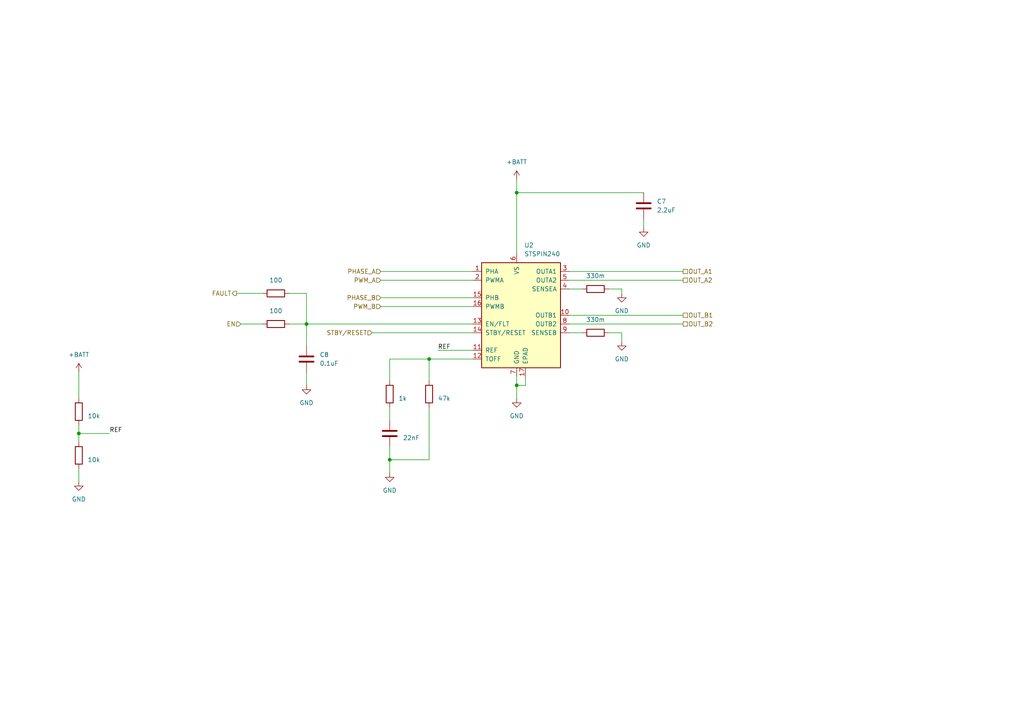
<source format=kicad_sch>
(kicad_sch (version 20230121) (generator eeschema)
  (paper "A4")
  (lib_symbols
    (symbol "Device:C" (pin_numbers hide) (pin_names (offset 0.254))
      (property "Reference" "C" (at 0.635 2.54 0))
      (property "Value" "C" (at 0.635 -2.54 0))
      (symbol "C_0_1"
        (polyline (pts (xy -2.032 -0.762) (xy 2.032 -0.762)) (stroke (width 0.508)))
        (polyline (pts (xy -2.032 0.762) (xy 2.032 0.762)) (stroke (width 0.508)))
      )
      (symbol "C_1_1"
        (pin passive line (at 0 3.81 270) (length 2.794) (name "~") (number "1"))
        (pin passive line (at 0 -3.81 90) (length 2.794) (name "~") (number "2"))
      )
    )
    (symbol "Device:R" (pin_numbers hide) (pin_names (offset 0))
      (property "Reference" "R" (at 2.032 0 90))
      (property "Value" "R" (at 0 0 90))
      (symbol "R_0_1"
        (rectangle (start -1.016 -2.54) (end 1.016 2.54) (stroke (width 0.254)))
      )
      (symbol "R_1_1"
        (pin passive line (at 0 3.81 270) (length 1.27) (name "~") (number "1"))
        (pin passive line (at 0 -3.81 90) (length 1.27) (name "~") (number "2"))
      )
    )
    (symbol "Driver_Motor:STSPIN240" (pin_names (offset 1.016))
      (property "Reference" "U" (at -10.16 16.51 0))
      (property "Value" "STSPIN240" (at 5.08 16.51 0))
      (symbol "STSPIN240_0_1"
        (rectangle (start -10.16 15.24) (end 12.7 -15.24) (stroke (width 0.254)) (fill (type background)))
      )
      (symbol "STSPIN240_1_1"
        (pin input line (at -12.7 12.7 0) (length 2.54) (name "PHA") (number "1"))
        (pin power_out line (at 15.24 0 180) (length 2.54) (name "OUTB1") (number "10"))
        (pin input line (at -12.7 -10.16 0) (length 2.54) (name "REF") (number "11"))
        (pin input line (at -12.7 -12.7 0) (length 2.54) (name "TOFF") (number "12"))
        (pin bidirectional line (at -12.7 -2.54 0) (length 2.54) (name "EN/FLT") (number "13"))
        (pin input line (at -12.7 -5.08 0) (length 2.54) (name "STBY/RESET") (number "14"))
        (pin input line (at -12.7 5.08 0) (length 2.54) (name "PHB") (number "15"))
        (pin input line (at -12.7 2.54 0) (length 2.54) (name "PWMB") (number "16"))
        (pin power_in line (at 2.54 -17.78 90) (length 2.54) (name "EPAD") (number "17"))
        (pin input line (at -12.7 10.16 0) (length 2.54) (name "PWMA") (number "2"))
        (pin power_out line (at 15.24 12.7 180) (length 2.54) (name "OUTA1") (number "3"))
        (pin power_out line (at 15.24 7.62 180) (length 2.54) (name "SENSEA") (number "4"))
        (pin power_out line (at 15.24 10.16 180) (length 2.54) (name "OUTA2") (number "5"))
        (pin power_in line (at 0 17.78 270) (length 2.54) (name "VS") (number "6"))
        (pin power_in line (at 0 -17.78 90) (length 2.54) (name "GND") (number "7"))
        (pin power_out line (at 15.24 -2.54 180) (length 2.54) (name "OUTB2") (number "8"))
        (pin power_out line (at 15.24 -5.08 180) (length 2.54) (name "SENSEB") (number "9"))
      )
    )
    (symbol "power:+BATT" (power) (pin_names (offset 0))
      (property "Value" "+BATT" (at 0 3.556 0))
      (symbol "+BATT_0_1"
        (polyline (pts (xy -0.762 1.27) (xy 0 2.54)))
        (polyline (pts (xy 0 0) (xy 0 2.54)))
        (polyline (pts (xy 0 2.54) (xy 0.762 1.27)))
      )
      (symbol "+BATT_1_1"
        (pin power_in line (at 0 0 90) (length 0) hide (name "+BATT") (number "1"))
      )
    )
    (symbol "power:GND" (power) (pin_names (offset 0))
      (property "Value" "GND" (at 0 -3.81 0))
      (symbol "GND_0_1"
        (polyline (pts (xy 0 0) (xy 0 -1.27) (xy 1.27 -1.27) (xy 0 -2.54) (xy -1.27 -1.27) (xy 0 -1.27)))
      )
      (symbol "GND_1_1"
        (pin power_in line (at 0 0 270) (length 0) hide (name "GND") (number "1"))
      )
    )
  )
  (junction (at 22.86 125.73))
  (junction (at 149.86 111.76))
  (junction (at 124.46 104.14))
  (junction (at 113.03 133.35))
  (junction (at 149.86 55.88))
  (junction (at 88.9 93.98))
  (wire (pts (xy 69.85 93.98) (xy 76.2 93.98)))
  (wire (pts (xy 180.34 96.52) (xy 180.34 99.06)))
  (wire (pts (xy 22.86 125.73) (xy 22.86 128.27)))
  (wire (pts (xy 113.03 110.49) (xy 113.03 104.14)))
  (wire (pts (xy 110.49 88.9) (xy 137.16 88.9)))
  (wire (pts (xy 124.46 104.14) (xy 124.46 110.49)))
  (wire (pts (xy 152.4 109.22) (xy 152.4 111.76)))
  (wire (pts (xy 22.86 107.95) (xy 22.86 115.57)))
  (wire (pts (xy 165.1 93.98) (xy 198.12 93.98)))
  (wire (pts (xy 149.86 55.88) (xy 149.86 73.66)))
  (wire (pts (xy 107.95 96.52) (xy 137.16 96.52)))
  (wire (pts (xy 88.9 93.98) (xy 137.16 93.98)))
  (wire (pts (xy 113.03 133.35) (xy 113.03 137.16)))
  (wire (pts (xy 149.86 111.76) (xy 149.86 115.57)))
  (wire (pts (xy 124.46 104.14) (xy 137.16 104.14)))
  (wire (pts (xy 88.9 107.95) (xy 88.9 111.76)))
  (wire (pts (xy 165.1 78.74) (xy 198.12 78.74)))
  (wire (pts (xy 176.53 96.52) (xy 180.34 96.52)))
  (wire (pts (xy 83.82 85.09) (xy 88.9 85.09)))
  (wire (pts (xy 152.4 111.76) (xy 149.86 111.76)))
  (wire (pts (xy 149.86 109.22) (xy 149.86 111.76)))
  (wire (pts (xy 165.1 91.44) (xy 198.12 91.44)))
  (wire (pts (xy 88.9 85.09) (xy 88.9 93.98)))
  (wire (pts (xy 113.03 104.14) (xy 124.46 104.14)))
  (wire (pts (xy 176.53 83.82) (xy 180.34 83.82)))
  (wire (pts (xy 149.86 55.88) (xy 186.69 55.88)))
  (wire (pts (xy 22.86 123.19) (xy 22.86 125.73)))
  (wire (pts (xy 165.1 83.82) (xy 168.91 83.82)))
  (wire (pts (xy 180.34 83.82) (xy 180.34 85.09)))
  (wire (pts (xy 186.69 63.5) (xy 186.69 66.04)))
  (wire (pts (xy 127 101.6) (xy 137.16 101.6)))
  (wire (pts (xy 83.82 93.98) (xy 88.9 93.98)))
  (wire (pts (xy 149.86 52.07) (xy 149.86 55.88)))
  (wire (pts (xy 110.49 81.28) (xy 137.16 81.28)))
  (wire (pts (xy 124.46 118.11) (xy 124.46 133.35)))
  (wire (pts (xy 22.86 125.73) (xy 31.75 125.73)))
  (wire (pts (xy 110.49 78.74) (xy 137.16 78.74)))
  (wire (pts (xy 165.1 81.28) (xy 198.12 81.28)))
  (wire (pts (xy 113.03 118.11) (xy 113.03 121.92)))
  (wire (pts (xy 68.58 85.09) (xy 76.2 85.09)))
  (wire (pts (xy 22.86 135.89) (xy 22.86 139.7)))
  (wire (pts (xy 124.46 133.35) (xy 113.03 133.35)))
  (wire (pts (xy 113.03 129.54) (xy 113.03 133.35)))
  (wire (pts (xy 110.49 86.36) (xy 137.16 86.36)))
  (wire (pts (xy 88.9 93.98) (xy 88.9 100.33)))
  (wire (pts (xy 165.1 96.52) (xy 168.91 96.52)))
  (label "REF" (at 127 101.6 0))
  (label "REF" (at 31.75 125.73 0))
  (hierarchical_label "PHASE_A" (shape input) (at 110.49 78.74 180))
  (hierarchical_label "OUT_A2" (shape passive) (at 198.12 81.28 0))
  (hierarchical_label "PWM_A" (shape input) (at 110.49 81.28 180))
  (hierarchical_label "FAULT" (shape output) (at 68.58 85.09 180))
  (hierarchical_label "PHASE_B" (shape input) (at 110.49 86.36 180))
  (hierarchical_label "PWM_B" (shape input) (at 110.49 88.9 180))
  (hierarchical_label "OUT_B2" (shape passive) (at 198.12 93.98 0))
  (hierarchical_label "OUT_A1" (shape passive) (at 198.12 78.74 0))
  (hierarchical_label "STBY{slash}RESET" (shape input) (at 107.95 96.52 180))
  (hierarchical_label "OUT_B1" (shape passive) (at 198.12 91.44 0))
  (hierarchical_label "EN" (shape input) (at 69.85 93.98 180))
  (symbol (lib_id "Device:R") (at 113.03 114.3 0) (unit 1)
    (property "Reference" "R13" (effects hide))
    (property "Value" "1k" (at 115.57 115.57 0) (effects (justify left)))
    (property "Footprint" "Resistor_SMD:R_0603_1608Metric" (effects hide))
  )
  (symbol (lib_id "power:GND") (at 113.03 137.16 0) (unit 1)
    (property "Reference" "#PWR016" (effects hide))
    (property "Value" "GND" (at 113.03 142.24 0))
  )
  (symbol (lib_id "Device:R") (at 22.86 119.38 0) (unit 1)
    (property "Reference" "R16" (effects hide))
    (property "Value" "10k" (at 25.4 120.65 0) (effects (justify left)))
    (property "Footprint" "Resistor_SMD:R_0603_1608Metric" (effects hide))
  )
  (symbol (lib_id "power:GND") (at 22.86 139.7 0) (unit 1)
    (property "Reference" "#PWR017" (effects hide))
    (property "Value" "GND" (at 22.86 144.78 0))
  )
  (symbol (lib_id "Driver_Motor:STSPIN240") (at 149.86 91.44 0) (unit 1)
    (property "Reference" "U2" (at 152.0541 71.12 0) (effects (justify left)))
    (property "Value" "STSPIN240" (at 152.0541 73.66 0) (effects (justify left)))
    (property "Footprint" "Package_DFN_QFN:VQFN-16-1EP_3x3mm_P0.5mm_EP1.8x1.8mm" (effects hide))
    (property "Datasheet" "www.st.com/resource/en/datasheet/stspin240.pdf" (effects hide))
  )
  (symbol (lib_id "power:GND") (at 186.69 66.04 0) (unit 1)
    (property "Reference" "#PWR012" (effects hide))
    (property "Value" "GND" (at 186.69 71.12 0))
  )
  (symbol (lib_id "Device:R") (at 124.46 114.3 0) (unit 1)
    (property "Reference" "R14" (effects hide))
    (property "Value" "47k" (at 127 115.57 0) (effects (justify left)))
    (property "Footprint" "Resistor_SMD:R_0603_1608Metric" (effects hide))
  )
  (symbol (lib_id "Device:C") (at 186.69 59.69 0) (unit 1)
    (property "Reference" "C7" (at 190.5 58.42 0) (effects (justify left)))
    (property "Value" "2.2uF" (at 190.5 60.96 0) (effects (justify left)))
    (property "Footprint" "Capacitor_SMD:C_0603_1608Metric" (effects hide))
  )
  (symbol (lib_id "power:+BATT") (at 149.86 52.07 0) (unit 1)
    (property "Reference" "#PWR010" (effects hide))
    (property "Value" "+BATT" (at 149.86 46.99 0))
  )
  (symbol (lib_id "Device:C") (at 88.9 104.14 0) (unit 1)
    (property "Reference" "C8" (at 92.71 102.87 0) (effects (justify left)))
    (property "Value" "0.1uF" (at 92.71 105.41 0) (effects (justify left)))
    (property "Footprint" "Capacitor_SMD:C_0603_1608Metric" (effects hide))
  )
  (symbol (lib_id "power:GND") (at 88.9 111.76 0) (unit 1)
    (property "Reference" "#PWR013" (effects hide))
    (property "Value" "GND" (at 88.9 116.84 0))
  )
  (symbol (lib_id "Device:R") (at 22.86 132.08 0) (unit 1)
    (property "Reference" "R15" (effects hide))
    (property "Value" "10k" (at 25.4 133.35 0) (effects (justify left)))
    (property "Footprint" "Resistor_SMD:R_0603_1608Metric" (effects hide))
  )
  (symbol (lib_id "Device:R") (at 80.01 93.98 270) (unit 1)
    (property "Reference" "R10" (effects hide))
    (property "Value" "100" (at 80.01 90.17 90))
    (property "Footprint" "Resistor_SMD:R_0603_1608Metric" (effects hide))
  )
  (symbol (lib_id "Device:C") (at 113.03 125.73 0) (unit 1)
    (property "Reference" "C9" (effects hide))
    (property "Value" "22nF" (at 116.84 127 0) (effects (justify left)))
    (property "Footprint" "Capacitor_SMD:C_0603_1608Metric" (effects hide))
  )
  (symbol (lib_id "power:GND") (at 149.86 115.57 0) (unit 1)
    (property "Reference" "#PWR011" (effects hide))
    (property "Value" "GND" (at 149.86 120.65 0))
  )
  (symbol (lib_id "power:GND") (at 180.34 99.06 0) (unit 1)
    (property "Reference" "#PWR015" (effects hide))
    (property "Value" "GND" (at 180.34 104.14 0))
  )
  (symbol (lib_id "power:+BATT") (at 22.86 107.95 0) (unit 1)
    (property "Reference" "#PWR018" (effects hide))
    (property "Value" "+BATT" (at 22.86 102.87 0))
  )
  (symbol (lib_id "Device:R") (at 172.72 96.52 90) (unit 1)
    (property "Reference" "R11" (effects hide))
    (property "Value" "330m" (at 172.72 92.71 90))
    (property "Footprint" "Resistor_SMD:R_2512_6332Metric" (effects hide))
  )
  (symbol (lib_id "power:GND") (at 180.34 85.09 0) (unit 1)
    (property "Reference" "#PWR014" (effects hide))
    (property "Value" "GND" (at 180.34 90.17 0))
  )
  (symbol (lib_id "Device:R") (at 80.01 85.09 270) (unit 1)
    (property "Reference" "R25" (effects hide))
    (property "Value" "100" (at 80.01 81.28 90))
    (property "Footprint" "Resistor_SMD:R_0603_1608Metric" (effects hide))
  )
  (symbol (lib_id "Device:R") (at 172.72 83.82 90) (unit 1)
    (property "Reference" "R12" (effects hide))
    (property "Value" "330m" (at 172.72 80.01 90))
    (property "Footprint" "Resistor_SMD:R_2512_6332Metric" (effects hide))
  )
)
</source>
